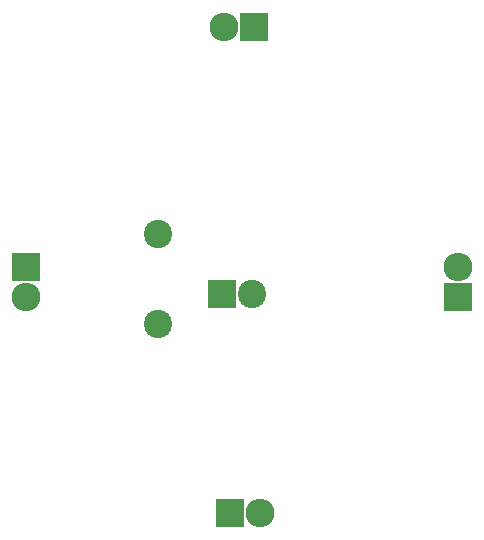
<source format=gbr>
G04 #@! TF.GenerationSoftware,KiCad,Pcbnew,no-vcs-found-7391~56~ubuntu16.04.1*
G04 #@! TF.CreationDate,2016-12-09T19:04:11+09:00*
G04 #@! TF.ProjectId,magnetic_led_cube,6D61676E657469635F6C65645F637562,rev?*
G04 #@! TF.FileFunction,Soldermask,Bot*
G04 #@! TF.FilePolarity,Negative*
%FSLAX46Y46*%
G04 Gerber Fmt 4.6, Leading zero omitted, Abs format (unit mm)*
G04 Created by KiCad (PCBNEW no-vcs-found-7391~56~ubuntu16.04.1) date Fri Dec  9 19:04:11 2016*
%MOMM*%
%LPD*%
G01*
G04 APERTURE LIST*
%ADD10C,0.100000*%
%ADD11C,2.398980*%
%ADD12C,2.400000*%
%ADD13R,2.400000X2.400000*%
%ADD14O,2.432000X2.432000*%
%ADD15R,2.432000X2.432000*%
G04 APERTURE END LIST*
D10*
D11*
X100076000Y-94742000D03*
X100076000Y-87122000D03*
D12*
X108077000Y-92202000D03*
D13*
X105537000Y-92202000D03*
D14*
X125476000Y-89916000D03*
D15*
X125476000Y-92456000D03*
X106172000Y-110744000D03*
D14*
X108712000Y-110744000D03*
X88900000Y-92456000D03*
D15*
X88900000Y-89916000D03*
X108204000Y-69596000D03*
D14*
X105664000Y-69596000D03*
M02*

</source>
